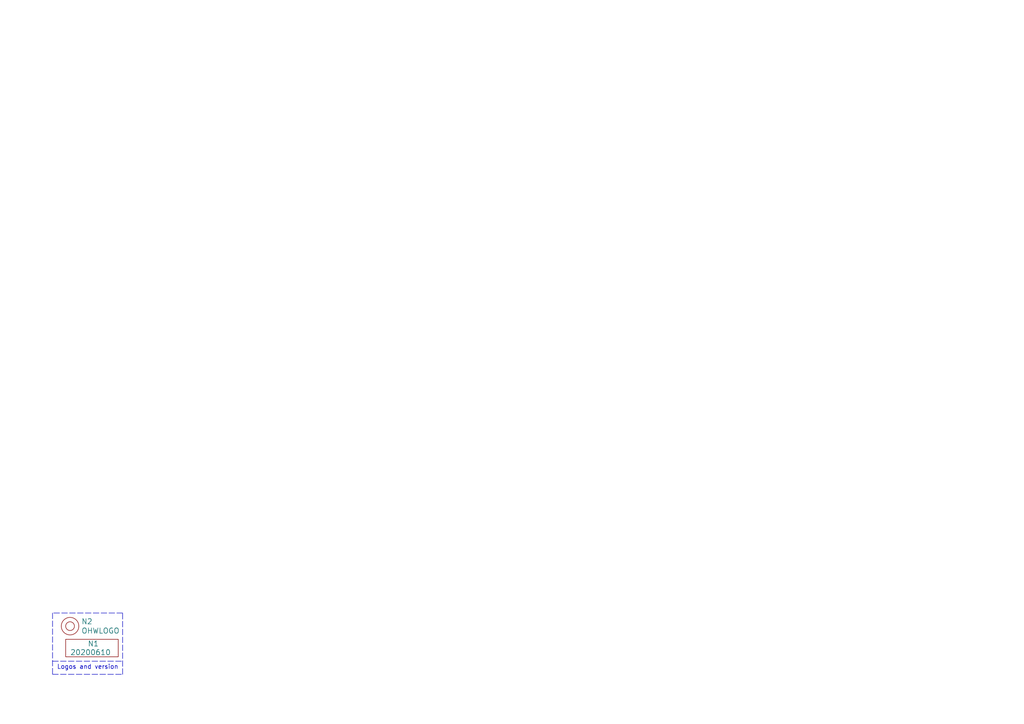
<source format=kicad_sch>
(kicad_sch (version 20231120) (generator "eeschema") (generator_version "8.0")
  (paper "A4")
  (lib_symbols
    (symbol "SquantorLabels:OHWLOGO" (pin_names (offset 1.016))
      (property "Reference" "N" (at 0 3.81 0))
      (property "Value" "OHWLOGO" (at 0 -3.81 0))
      (symbol "OHWLOGO_0_1"
        (circle (center 0 0) (radius 1.27))
        (circle (center 0 0) (radius 2.54))
      )
    )
    (symbol "SquantorLabels:VYYYYMMDD" (pin_names (offset 1.016))
      (property "Reference" "N" (at 0 2.54 0))
      (property "Value" "VYYYYMMDD" (at 0 0 0))
      (symbol "VYYYYMMDD_0_1"
        (rectangle (start 7.62 -1.27) (end -7.62 3.81))
      )
    )
  )
  (polyline (pts (xy 15.24 191.77) (xy 35.56 191.77)) (stroke (width 0) (type dash)))
  (polyline (pts (xy 15.24 177.8) (xy 15.24 195.58)) (stroke (width 0) (type dash)))
  (polyline (pts (xy 35.56 195.58) (xy 35.56 177.8)) (stroke (width 0) (type dash)))
  (polyline (pts (xy 15.24 195.58) (xy 35.56 195.58)) (stroke (width 0) (type dash)))
  (polyline (pts (xy 35.56 177.8) (xy 15.24 177.8)) (stroke (width 0) (type dash)))
  (text "Logos and version" (at 16.51 194.31 0) (effects (font (size 1.27 1.27)) (justify left bottom)))
  (symbol (lib_id "SquantorLabels:VYYYYMMDD") (at 26.67 189.23 0) (unit 1)
    (property "Reference" "N1" (at 25.4 186.69 0) (effects (font (size 1.524 1.524)) (justify left)))
    (property "Value" "20200610" (at 20.32 189.23 0) (effects (font (size 1.524 1.524)) (justify left)))
    (property "Footprint" "SquantorLabels:Label_Generic" (effects (hide yes)))
  )
  (symbol (lib_id "SquantorLabels:OHWLOGO") (at 20.32 181.61 0) (unit 1)
    (property "Reference" "N2" (at 23.5712 180.2638 0) (effects (font (size 1.524 1.524)) (justify left)))
    (property "Value" "OHWLOGO" (at 23.5712 182.9562 0) (effects (font (size 1.524 1.524)) (justify left)))
    (property "Footprint" "Symbol:OSHW-Symbol_6.7x6mm_SilkScreen" (effects (hide yes)))
  )
)
</source>
